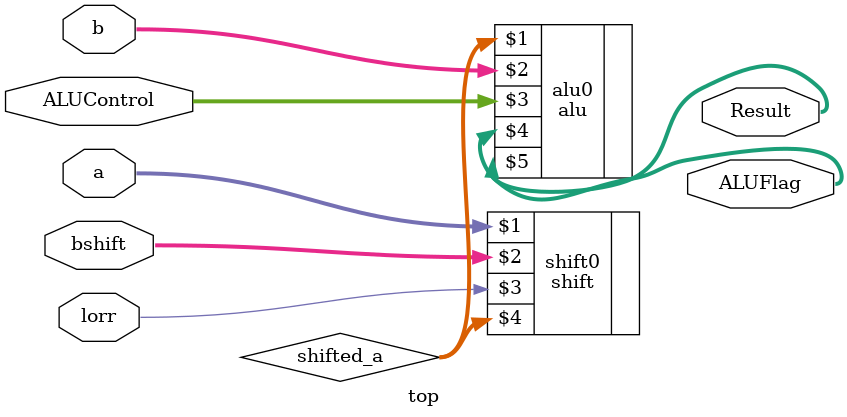
<source format=v>
`timescale 1ns / 1ps

module top (
  input [4:0] a, b,
  input [1:0] bshift,
  input lorr,
  input [2:0] ALUControl,
  output [4:0] Result,
  output wire [3:0] ALUFlag
);
  wire [4:0] shifted_a;

  shift shift0 (a, bshift, lorr, shifted_a);
  alu alu0 (shifted_a, b, ALUControl, Result, ALUFlag);

endmodule

</source>
